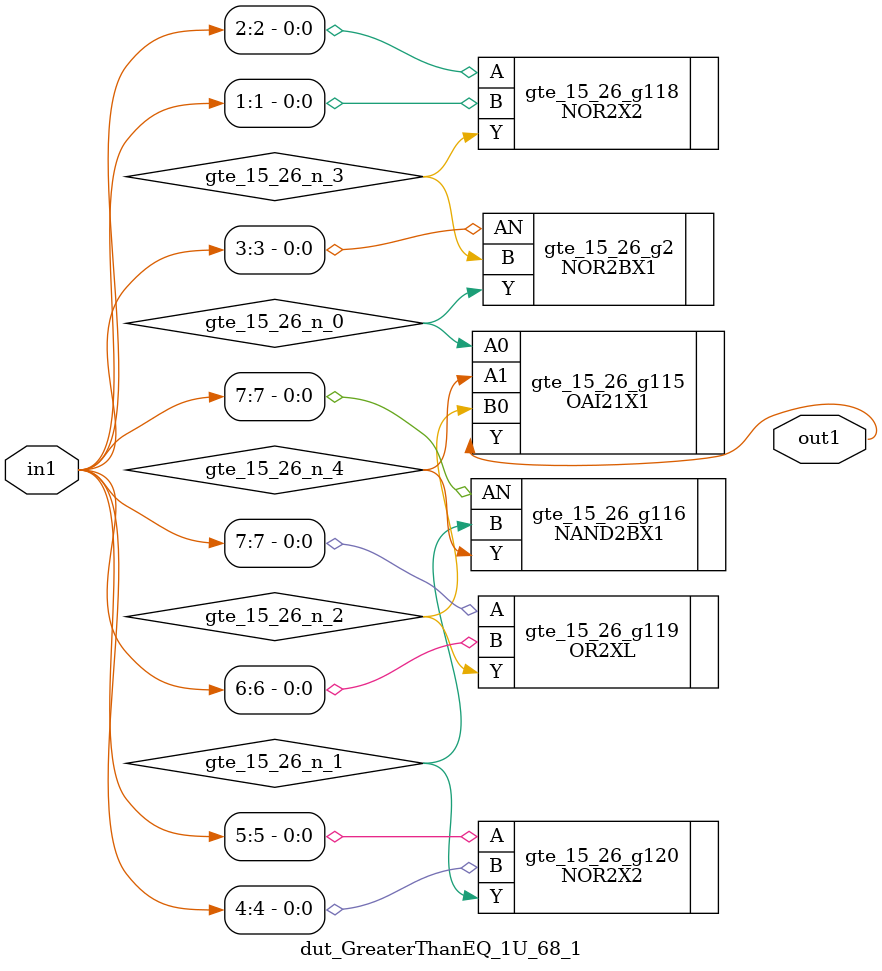
<source format=v>
`timescale 1ps / 1ps


module dut_GreaterThanEQ_1U_68_1(in1, out1);
  input [7:0] in1;
  output out1;
  wire [7:0] in1;
  wire out1;
  wire gte_15_26_n_0, gte_15_26_n_1, gte_15_26_n_2, gte_15_26_n_3,
       gte_15_26_n_4;
  OAI21X1 gte_15_26_g115(.A0 (gte_15_26_n_0), .A1 (gte_15_26_n_4), .B0
       (gte_15_26_n_2), .Y (out1));
  NAND2BX1 gte_15_26_g116(.AN (in1[7]), .B (gte_15_26_n_1), .Y
       (gte_15_26_n_4));
  NOR2X2 gte_15_26_g118(.A (in1[2]), .B (in1[1]), .Y (gte_15_26_n_3));
  OR2XL gte_15_26_g119(.A (in1[7]), .B (in1[6]), .Y (gte_15_26_n_2));
  NOR2X2 gte_15_26_g120(.A (in1[5]), .B (in1[4]), .Y (gte_15_26_n_1));
  NOR2BX1 gte_15_26_g2(.AN (in1[3]), .B (gte_15_26_n_3), .Y
       (gte_15_26_n_0));
endmodule



</source>
